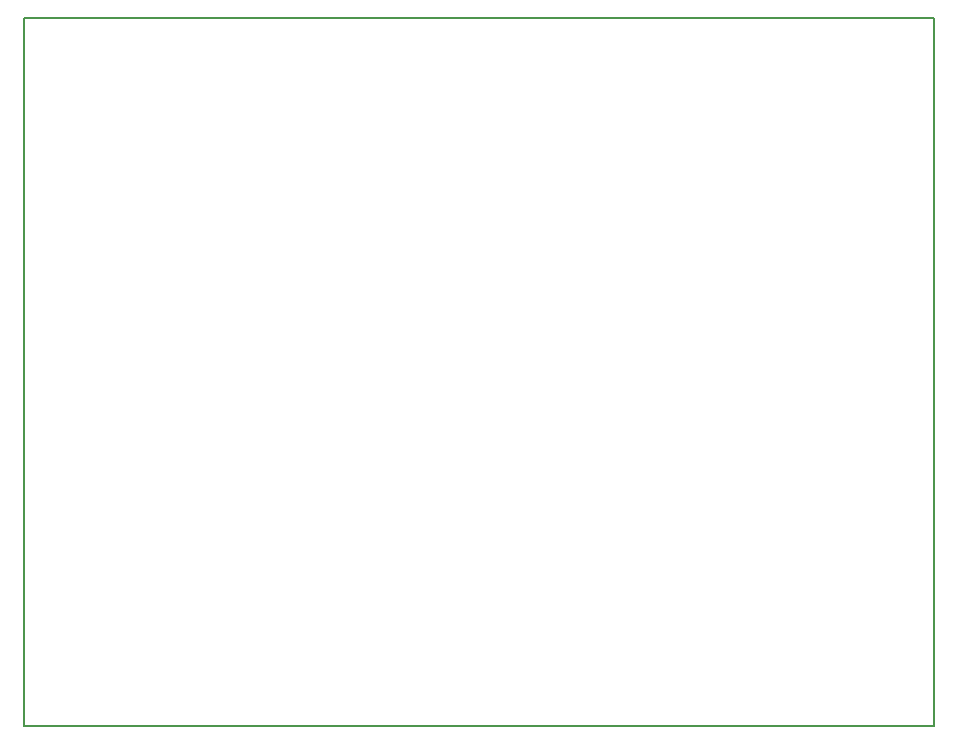
<source format=gbr>
G04 #@! TF.FileFunction,Profile,NP*
%FSLAX46Y46*%
G04 Gerber Fmt 4.6, Leading zero omitted, Abs format (unit mm)*
G04 Created by KiCad (PCBNEW 4.0.1-stable) date 10/28/16 04:05:47*
%MOMM*%
G01*
G04 APERTURE LIST*
%ADD10C,0.100000*%
%ADD11C,0.150000*%
G04 APERTURE END LIST*
D10*
D11*
X92202000Y-79756000D02*
X169291000Y-79756000D01*
X169291000Y-139700000D02*
X92202000Y-139700000D01*
X92202000Y-79756000D02*
X92202000Y-87122000D01*
X169291000Y-139700000D02*
X169291000Y-79756000D01*
X92202000Y-97282000D02*
X92202000Y-139700000D01*
X92202000Y-97282000D02*
X92202000Y-85852000D01*
M02*

</source>
